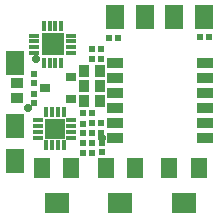
<source format=gts>
G04*
G04 #@! TF.GenerationSoftware,Altium Limited,Altium Designer,22.2.1 (43)*
G04*
G04 Layer_Color=8388736*
%FSLAX44Y44*%
%MOMM*%
G71*
G04*
G04 #@! TF.SameCoordinates,612C7892-4D37-43AA-9E06-CC9A3CA42B8A*
G04*
G04*
G04 #@! TF.FilePolarity,Negative*
G04*
G01*
G75*
%ADD28R,1.4100X1.7100*%
%ADD29R,2.1100X1.7100*%
%ADD30R,0.8100X0.4100*%
%ADD31R,0.4100X0.8100*%
%ADD32R,1.8100X1.8100*%
%ADD33R,0.5600X0.6100*%
%ADD34R,0.6100X0.5600*%
%ADD35R,0.9100X0.7100*%
%ADD36R,0.9600X1.0100*%
%ADD37R,1.6100X2.1100*%
%ADD38R,0.9600X0.3500*%
%ADD39R,0.3500X0.9600*%
%ADD40R,1.9100X1.9100*%
%ADD41R,1.3800X0.8700*%
%ADD42R,1.0100X0.9600*%
%ADD43C,0.7100*%
D28*
X109500Y42000D02*
D03*
X84500D02*
D03*
X55500D02*
D03*
X30500D02*
D03*
X138500D02*
D03*
X163500D02*
D03*
D29*
X97000Y13000D02*
D03*
X43000D02*
D03*
X151000D02*
D03*
D30*
X27500Y68000D02*
D03*
Y73000D02*
D03*
Y78000D02*
D03*
Y83000D02*
D03*
X55500D02*
D03*
Y78000D02*
D03*
Y73000D02*
D03*
Y68000D02*
D03*
D31*
X49000Y61500D02*
D03*
X44000D02*
D03*
X39000D02*
D03*
X34000D02*
D03*
Y89500D02*
D03*
X39000D02*
D03*
X44000D02*
D03*
X49000D02*
D03*
D32*
X41500Y75500D02*
D03*
D33*
X24000Y97750D02*
D03*
Y105250D02*
D03*
X65500Y79750D02*
D03*
Y72250D02*
D03*
X81000Y63250D02*
D03*
Y55750D02*
D03*
X24000Y121750D02*
D03*
Y114250D02*
D03*
D34*
X80750Y143500D02*
D03*
X73250D02*
D03*
X95250Y152500D02*
D03*
X87750D02*
D03*
X72750Y63500D02*
D03*
X65250D02*
D03*
X73250Y72000D02*
D03*
X80750D02*
D03*
X72750Y55000D02*
D03*
X65250D02*
D03*
X73250Y135000D02*
D03*
X80750D02*
D03*
Y80500D02*
D03*
X73250D02*
D03*
X65250Y89000D02*
D03*
X72750D02*
D03*
X172250Y153500D02*
D03*
X164750D02*
D03*
D35*
X55500Y100500D02*
D03*
Y119500D02*
D03*
X33500Y110000D02*
D03*
D36*
X79500Y124500D02*
D03*
X66500D02*
D03*
X79500Y112000D02*
D03*
X66500D02*
D03*
Y99500D02*
D03*
X79500D02*
D03*
D37*
X7500Y48500D02*
D03*
Y131000D02*
D03*
X92500Y170000D02*
D03*
X117500D02*
D03*
X142500D02*
D03*
X167500D02*
D03*
X7500Y78000D02*
D03*
D38*
X23750Y154500D02*
D03*
Y149500D02*
D03*
Y144500D02*
D03*
Y139500D02*
D03*
X55250D02*
D03*
Y144500D02*
D03*
Y149500D02*
D03*
Y154500D02*
D03*
D39*
X32000Y131250D02*
D03*
X37000D02*
D03*
X42000D02*
D03*
X47000D02*
D03*
Y162750D02*
D03*
X42000D02*
D03*
X37000D02*
D03*
X32000D02*
D03*
D40*
X39500Y147000D02*
D03*
D41*
X92400Y131250D02*
D03*
X168600D02*
D03*
X92400Y118550D02*
D03*
X168600D02*
D03*
X92400Y105850D02*
D03*
X168600D02*
D03*
X92400Y93150D02*
D03*
X168600D02*
D03*
X92400Y80450D02*
D03*
X168600D02*
D03*
X92400Y67750D02*
D03*
X168600D02*
D03*
D42*
X9500Y114500D02*
D03*
Y101500D02*
D03*
D43*
X25500Y135000D02*
D03*
X81000Y68000D02*
D03*
X19156Y93500D02*
D03*
M02*

</source>
